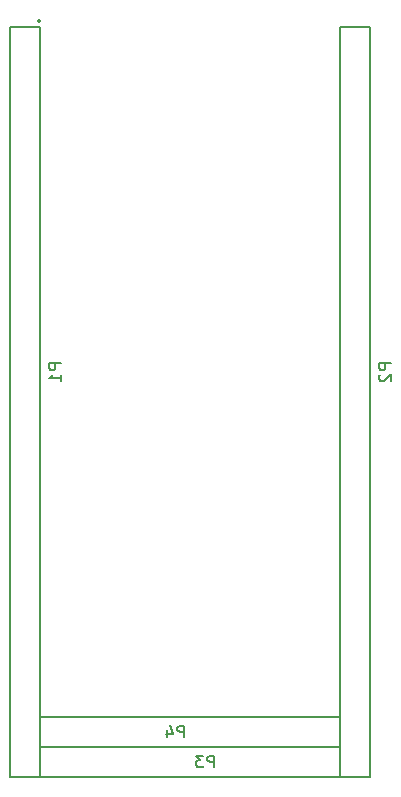
<source format=gbr>
%TF.GenerationSoftware,KiCad,Pcbnew,(6.0.7-1)-1*%
%TF.CreationDate,2022-09-01T15:03:24-04:00*%
%TF.ProjectId,eVolver_pwm,65566f6c-7665-4725-9f70-776d2e6b6963,rev?*%
%TF.SameCoordinates,Original*%
%TF.FileFunction,Legend,Bot*%
%TF.FilePolarity,Positive*%
%FSLAX46Y46*%
G04 Gerber Fmt 4.6, Leading zero omitted, Abs format (unit mm)*
G04 Created by KiCad (PCBNEW (6.0.7-1)-1) date 2022-09-01 15:03:24*
%MOMM*%
%LPD*%
G01*
G04 APERTURE LIST*
%ADD10C,0.200000*%
%ADD11C,0.150000*%
G04 APERTURE END LIST*
D10*
X157480000Y-71882000D02*
G75*
G03*
X157480000Y-71882000I-127000J0D01*
G01*
D11*
%TO.C,P1*%
X159202380Y-100861904D02*
X158202380Y-100861904D01*
X158202380Y-101242857D01*
X158250000Y-101338095D01*
X158297619Y-101385714D01*
X158392857Y-101433333D01*
X158535714Y-101433333D01*
X158630952Y-101385714D01*
X158678571Y-101338095D01*
X158726190Y-101242857D01*
X158726190Y-100861904D01*
X159202380Y-102385714D02*
X159202380Y-101814285D01*
X159202380Y-102100000D02*
X158202380Y-102100000D01*
X158345238Y-102004761D01*
X158440476Y-101909523D01*
X158488095Y-101814285D01*
%TO.C,P2*%
X187142380Y-100861904D02*
X186142380Y-100861904D01*
X186142380Y-101242857D01*
X186190000Y-101338095D01*
X186237619Y-101385714D01*
X186332857Y-101433333D01*
X186475714Y-101433333D01*
X186570952Y-101385714D01*
X186618571Y-101338095D01*
X186666190Y-101242857D01*
X186666190Y-100861904D01*
X186237619Y-101814285D02*
X186190000Y-101861904D01*
X186142380Y-101957142D01*
X186142380Y-102195238D01*
X186190000Y-102290476D01*
X186237619Y-102338095D01*
X186332857Y-102385714D01*
X186428095Y-102385714D01*
X186570952Y-102338095D01*
X187142380Y-101766666D01*
X187142380Y-102385714D01*
%TO.C,P3*%
X172188095Y-135072380D02*
X172188095Y-134072380D01*
X171807142Y-134072380D01*
X171711904Y-134120000D01*
X171664285Y-134167619D01*
X171616666Y-134262857D01*
X171616666Y-134405714D01*
X171664285Y-134500952D01*
X171711904Y-134548571D01*
X171807142Y-134596190D01*
X172188095Y-134596190D01*
X171283333Y-134072380D02*
X170664285Y-134072380D01*
X170997619Y-134453333D01*
X170854761Y-134453333D01*
X170759523Y-134500952D01*
X170711904Y-134548571D01*
X170664285Y-134643809D01*
X170664285Y-134881904D01*
X170711904Y-134977142D01*
X170759523Y-135024761D01*
X170854761Y-135072380D01*
X171140476Y-135072380D01*
X171235714Y-135024761D01*
X171283333Y-134977142D01*
%TO.C,P4*%
X169648095Y-132532380D02*
X169648095Y-131532380D01*
X169267142Y-131532380D01*
X169171904Y-131580000D01*
X169124285Y-131627619D01*
X169076666Y-131722857D01*
X169076666Y-131865714D01*
X169124285Y-131960952D01*
X169171904Y-132008571D01*
X169267142Y-132056190D01*
X169648095Y-132056190D01*
X168219523Y-131865714D02*
X168219523Y-132532380D01*
X168457619Y-131484761D02*
X168695714Y-132199047D01*
X168076666Y-132199047D01*
%TO.C,P1*%
X157480000Y-135890000D02*
X154940000Y-135890000D01*
X154940000Y-135890000D02*
X154940000Y-72390000D01*
X157480000Y-72390000D02*
X157480000Y-135890000D01*
X157480000Y-72390000D02*
X154940000Y-72390000D01*
%TO.C,P2*%
X185420000Y-72390000D02*
X182880000Y-72390000D01*
X182880000Y-135890000D02*
X182880000Y-72390000D01*
X185420000Y-72390000D02*
X185420000Y-135890000D01*
X185420000Y-135890000D02*
X182880000Y-135890000D01*
%TO.C,P3*%
X182880000Y-133350000D02*
X157480000Y-133350000D01*
X182880000Y-133350000D02*
X182880000Y-130810000D01*
X157480000Y-130810000D02*
X182880000Y-130810000D01*
X157480000Y-133350000D02*
X157480000Y-130810000D01*
%TO.C,P4*%
X157480000Y-133350000D02*
X157480000Y-135890000D01*
X182880000Y-133350000D02*
X182880000Y-135890000D01*
X157480000Y-133350000D02*
X182880000Y-133350000D01*
X182880000Y-135890000D02*
X157480000Y-135890000D01*
%TD*%
M02*

</source>
